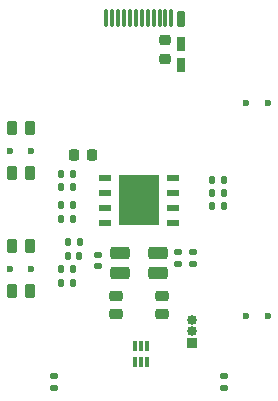
<source format=gbr>
G04 #@! TF.GenerationSoftware,KiCad,Pcbnew,7.0.5*
G04 #@! TF.CreationDate,2023-08-30T18:19:32+03:00*
G04 #@! TF.ProjectId,USB_duck_v2,5553425f-6475-4636-9b5f-76322e6b6963,rev?*
G04 #@! TF.SameCoordinates,Original*
G04 #@! TF.FileFunction,Soldermask,Bot*
G04 #@! TF.FilePolarity,Negative*
%FSLAX46Y46*%
G04 Gerber Fmt 4.6, Leading zero omitted, Abs format (unit mm)*
G04 Created by KiCad (PCBNEW 7.0.5) date 2023-08-30 18:19:32*
%MOMM*%
%LPD*%
G01*
G04 APERTURE LIST*
G04 Aperture macros list*
%AMRoundRect*
0 Rectangle with rounded corners*
0 $1 Rounding radius*
0 $2 $3 $4 $5 $6 $7 $8 $9 X,Y pos of 4 corners*
0 Add a 4 corners polygon primitive as box body*
4,1,4,$2,$3,$4,$5,$6,$7,$8,$9,$2,$3,0*
0 Add four circle primitives for the rounded corners*
1,1,$1+$1,$2,$3*
1,1,$1+$1,$4,$5*
1,1,$1+$1,$6,$7*
1,1,$1+$1,$8,$9*
0 Add four rect primitives between the rounded corners*
20,1,$1+$1,$2,$3,$4,$5,0*
20,1,$1+$1,$4,$5,$6,$7,0*
20,1,$1+$1,$6,$7,$8,$9,0*
20,1,$1+$1,$8,$9,$2,$3,0*%
G04 Aperture macros list end*
%ADD10C,0.600000*%
%ADD11R,0.850000X0.850000*%
%ADD12O,0.850000X0.850000*%
%ADD13RoundRect,0.075000X0.075000X0.675000X-0.075000X0.675000X-0.075000X-0.675000X0.075000X-0.675000X0*%
%ADD14RoundRect,0.175000X-0.175000X-0.525000X0.175000X-0.525000X0.175000X0.525000X-0.175000X0.525000X0*%
%ADD15RoundRect,0.135000X-0.185000X0.135000X-0.185000X-0.135000X0.185000X-0.135000X0.185000X0.135000X0*%
%ADD16RoundRect,0.140000X0.140000X0.170000X-0.140000X0.170000X-0.140000X-0.170000X0.140000X-0.170000X0*%
%ADD17RoundRect,0.135000X0.135000X0.185000X-0.135000X0.185000X-0.135000X-0.185000X0.135000X-0.185000X0*%
%ADD18RoundRect,0.262500X-0.587500X-0.262500X0.587500X-0.262500X0.587500X0.262500X-0.587500X0.262500X0*%
%ADD19RoundRect,0.225000X-0.225000X-0.250000X0.225000X-0.250000X0.225000X0.250000X-0.225000X0.250000X0*%
%ADD20RoundRect,0.225000X-0.250000X0.225000X-0.250000X-0.225000X0.250000X-0.225000X0.250000X0.225000X0*%
%ADD21RoundRect,0.225000X0.225000X-0.375000X0.225000X0.375000X-0.225000X0.375000X-0.225000X-0.375000X0*%
%ADD22RoundRect,0.135000X0.185000X-0.135000X0.185000X0.135000X-0.185000X0.135000X-0.185000X-0.135000X0*%
%ADD23RoundRect,0.026400X0.493600X0.193600X-0.493600X0.193600X-0.493600X-0.193600X0.493600X-0.193600X0*%
%ADD24R,3.400000X4.300000*%
%ADD25RoundRect,0.225000X0.350000X0.225000X-0.350000X0.225000X-0.350000X-0.225000X0.350000X-0.225000X0*%
%ADD26R,0.300000X0.850000*%
%ADD27R,0.760000X1.270000*%
%ADD28RoundRect,0.140000X0.170000X-0.140000X0.170000X0.140000X-0.170000X0.140000X-0.170000X-0.140000X0*%
G04 APERTURE END LIST*
D10*
X9100000Y-7200000D03*
X10900000Y-7200000D03*
D11*
X4500000Y-27500000D03*
D12*
X4500000Y-26500000D03*
X4500000Y-25500000D03*
D13*
X2750000Y0D03*
X2250000Y0D03*
X1750000Y0D03*
X1250000Y0D03*
X750000Y0D03*
X250000Y0D03*
X-250000Y0D03*
X-750000Y0D03*
X-1250000Y0D03*
X-1750000Y0D03*
X-2250000Y0D03*
X-2750000Y0D03*
D14*
X3600000Y-50000D03*
D10*
X9100000Y-25200000D03*
X10900000Y-25200000D03*
D15*
X3350000Y-19790000D03*
X3350000Y-20810000D03*
D16*
X-5620000Y-14250000D03*
X-6580000Y-14250000D03*
D17*
X-5600000Y-21250000D03*
X-6620000Y-21250000D03*
X-5590000Y-15800000D03*
X-6610000Y-15800000D03*
D16*
X-5600000Y-13150000D03*
X-6560000Y-13150000D03*
D17*
X-5590000Y-17000000D03*
X-6610000Y-17000000D03*
X7210000Y-13700000D03*
X6190000Y-13700000D03*
X-5000000Y-18950000D03*
X-6020000Y-18950000D03*
D18*
X1600000Y-21525000D03*
X-1600000Y-21525000D03*
X1600000Y-19875000D03*
X-1600000Y-19875000D03*
D19*
X-5525000Y-11600000D03*
X-3975000Y-11600000D03*
D17*
X-5600000Y-22400000D03*
X-6620000Y-22400000D03*
D20*
X2200000Y-1865000D03*
X2200000Y-3415000D03*
D10*
X-10900000Y-11200000D03*
X-9100000Y-11200000D03*
D21*
X-9250000Y-13100000D03*
X-10750000Y-13100000D03*
X-9250000Y-9300000D03*
X-10750000Y-9300000D03*
D16*
X7180000Y-15900000D03*
X6220000Y-15900000D03*
D22*
X7200000Y-31310000D03*
X7200000Y-30290000D03*
X-7200000Y-31310000D03*
X-7200000Y-30290000D03*
D23*
X2845000Y-13500000D03*
X2845000Y-14770000D03*
X2845000Y-16040000D03*
X2845000Y-17310000D03*
X-2845000Y-17310000D03*
X-2845000Y-16040000D03*
X-2845000Y-14770000D03*
X-2845000Y-13500000D03*
D24*
X0Y-15405000D03*
D25*
X1975000Y-23500000D03*
X1975000Y-25000000D03*
X-1975000Y-25000000D03*
X-1975000Y-23500000D03*
D16*
X-5040000Y-20100000D03*
X-6000000Y-20100000D03*
D26*
X-350000Y-27700000D03*
X150000Y-27700000D03*
X650000Y-27700000D03*
X650000Y-29100000D03*
X150000Y-29100000D03*
X-350000Y-29100000D03*
D10*
X-10900000Y-21200000D03*
X-9100000Y-21200000D03*
D21*
X-9250000Y-23100000D03*
X-10750000Y-23100000D03*
X-9250000Y-19300000D03*
X-10750000Y-19300000D03*
D16*
X7180000Y-14800000D03*
X6220000Y-14800000D03*
D27*
X3600000Y-3940000D03*
X3600000Y-2160000D03*
D15*
X4550000Y-19790000D03*
X4550000Y-20810000D03*
D28*
X-3500000Y-20960000D03*
X-3500000Y-20000000D03*
M02*

</source>
